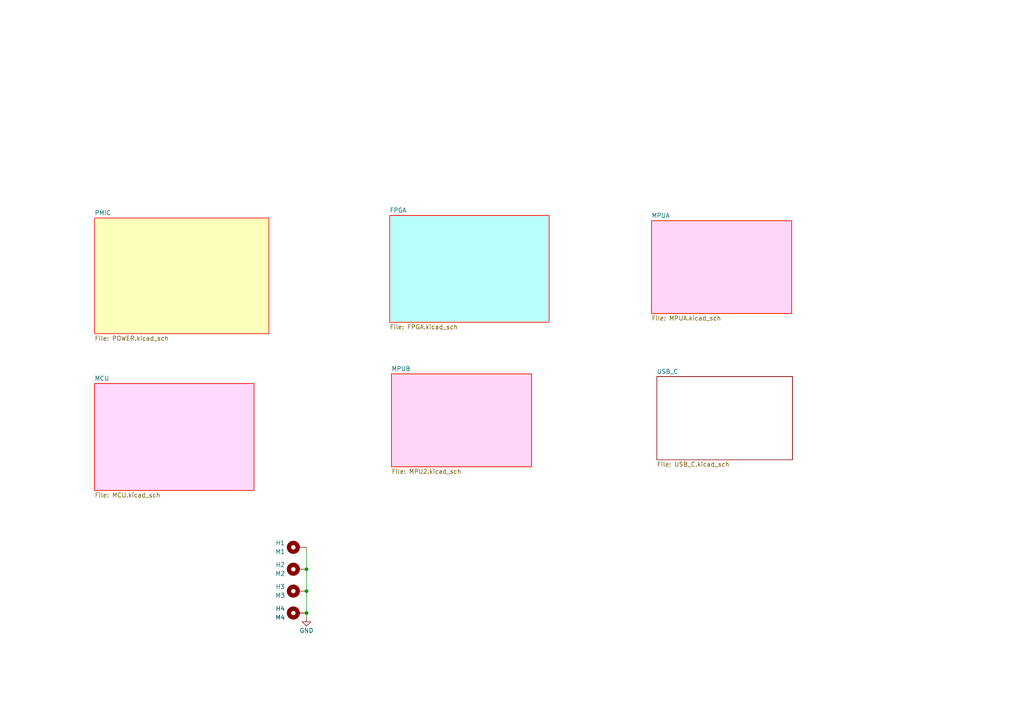
<source format=kicad_sch>
(kicad_sch
	(version 20231120)
	(generator "eeschema")
	(generator_version "8.0")
	(uuid "c31b2efa-70bc-4013-8902-3629919ede37")
	(paper "A4")
	(lib_symbols
		(symbol "Mechanical:MountingHole_Pad"
			(pin_numbers hide)
			(pin_names
				(offset 1.016) hide)
			(exclude_from_sim yes)
			(in_bom no)
			(on_board yes)
			(property "Reference" "H"
				(at 0 6.35 0)
				(effects
					(font
						(size 1.27 1.27)
					)
				)
			)
			(property "Value" "MountingHole_Pad"
				(at 0 4.445 0)
				(effects
					(font
						(size 1.27 1.27)
					)
				)
			)
			(property "Footprint" ""
				(at 0 0 0)
				(effects
					(font
						(size 1.27 1.27)
					)
					(hide yes)
				)
			)
			(property "Datasheet" "~"
				(at 0 0 0)
				(effects
					(font
						(size 1.27 1.27)
					)
					(hide yes)
				)
			)
			(property "Description" "Mounting Hole with connection"
				(at 0 0 0)
				(effects
					(font
						(size 1.27 1.27)
					)
					(hide yes)
				)
			)
			(property "ki_keywords" "mounting hole"
				(at 0 0 0)
				(effects
					(font
						(size 1.27 1.27)
					)
					(hide yes)
				)
			)
			(property "ki_fp_filters" "MountingHole*Pad*"
				(at 0 0 0)
				(effects
					(font
						(size 1.27 1.27)
					)
					(hide yes)
				)
			)
			(symbol "MountingHole_Pad_0_1"
				(circle
					(center 0 1.27)
					(radius 1.27)
					(stroke
						(width 1.27)
						(type default)
					)
					(fill
						(type none)
					)
				)
			)
			(symbol "MountingHole_Pad_1_1"
				(pin input line
					(at 0 -2.54 90)
					(length 2.54)
					(name "1"
						(effects
							(font
								(size 1.27 1.27)
							)
						)
					)
					(number "1"
						(effects
							(font
								(size 1.27 1.27)
							)
						)
					)
				)
			)
		)
		(symbol "power:GND"
			(power)
			(pin_numbers hide)
			(pin_names
				(offset 0) hide)
			(exclude_from_sim no)
			(in_bom yes)
			(on_board yes)
			(property "Reference" "#PWR"
				(at 0 -6.35 0)
				(effects
					(font
						(size 1.27 1.27)
					)
					(hide yes)
				)
			)
			(property "Value" "GND"
				(at 0 -3.81 0)
				(effects
					(font
						(size 1.27 1.27)
					)
				)
			)
			(property "Footprint" ""
				(at 0 0 0)
				(effects
					(font
						(size 1.27 1.27)
					)
					(hide yes)
				)
			)
			(property "Datasheet" ""
				(at 0 0 0)
				(effects
					(font
						(size 1.27 1.27)
					)
					(hide yes)
				)
			)
			(property "Description" "Power symbol creates a global label with name \"GND\" , ground"
				(at 0 0 0)
				(effects
					(font
						(size 1.27 1.27)
					)
					(hide yes)
				)
			)
			(property "ki_keywords" "global power"
				(at 0 0 0)
				(effects
					(font
						(size 1.27 1.27)
					)
					(hide yes)
				)
			)
			(symbol "GND_0_1"
				(polyline
					(pts
						(xy 0 0) (xy 0 -1.27) (xy 1.27 -1.27) (xy 0 -2.54) (xy -1.27 -1.27) (xy 0 -1.27)
					)
					(stroke
						(width 0)
						(type default)
					)
					(fill
						(type none)
					)
				)
			)
			(symbol "GND_1_1"
				(pin power_in line
					(at 0 0 270)
					(length 0)
					(name "~"
						(effects
							(font
								(size 1.27 1.27)
							)
						)
					)
					(number "1"
						(effects
							(font
								(size 1.27 1.27)
							)
						)
					)
				)
			)
		)
	)
	(junction
		(at 88.9 177.8)
		(diameter 0)
		(color 0 0 0 0)
		(uuid "0c78dfb6-46ff-4e04-a6b4-24468123785c")
	)
	(junction
		(at 88.9 165.1)
		(diameter 0)
		(color 0 0 0 0)
		(uuid "4811f24e-ced4-49e2-8173-f7c72fce3019")
	)
	(junction
		(at 88.9 171.45)
		(diameter 0)
		(color 0 0 0 0)
		(uuid "c708d823-70d9-43e3-9d80-1bb2d4f72856")
	)
	(wire
		(pts
			(xy 88.9 177.8) (xy 88.9 179.07)
		)
		(stroke
			(width 0)
			(type default)
		)
		(uuid "58a5586e-71b9-4e2c-aa97-ae303fd80403")
	)
	(wire
		(pts
			(xy 88.9 171.45) (xy 88.9 177.8)
		)
		(stroke
			(width 0)
			(type default)
		)
		(uuid "741985e5-b8e1-47cf-9711-f5df3f5a5817")
	)
	(wire
		(pts
			(xy 88.9 165.1) (xy 88.9 171.45)
		)
		(stroke
			(width 0)
			(type default)
		)
		(uuid "ad954b62-9bfa-46b9-b6f7-b315c079a6b4")
	)
	(wire
		(pts
			(xy 88.9 158.75) (xy 88.9 165.1)
		)
		(stroke
			(width 0)
			(type default)
		)
		(uuid "b3ce167f-f375-4426-a1dc-5e4c4757fe40")
	)
	(symbol
		(lib_id "Mechanical:MountingHole_Pad")
		(at 86.36 171.45 90)
		(unit 1)
		(exclude_from_sim yes)
		(in_bom no)
		(on_board yes)
		(dnp no)
		(uuid "08026bb5-8ea7-4bac-9201-5e91dce53b46")
		(property "Reference" "H3"
			(at 81.28 170.18 90)
			(effects
				(font
					(size 1.27 1.27)
				)
			)
		)
		(property "Value" "M3"
			(at 81.28 172.72 90)
			(effects
				(font
					(size 1.27 1.27)
				)
			)
		)
		(property "Footprint" "MountingHole:MountingHole_3.2mm_M3_Pad"
			(at 86.36 171.45 0)
			(effects
				(font
					(size 1.27 1.27)
				)
				(hide yes)
			)
		)
		(property "Datasheet" "~"
			(at 86.36 171.45 0)
			(effects
				(font
					(size 1.27 1.27)
				)
				(hide yes)
			)
		)
		(property "Description" "Mounting Hole with connection"
			(at 86.36 171.45 0)
			(effects
				(font
					(size 1.27 1.27)
				)
				(hide yes)
			)
		)
		(pin "1"
			(uuid "e6b8b370-9fd7-4464-9fd5-3ebb4c8a1fb5")
		)
		(instances
			(project "BENE_DOUBLE_V1"
				(path "/c31b2efa-70bc-4013-8902-3629919ede37"
					(reference "H3")
					(unit 1)
				)
			)
		)
	)
	(symbol
		(lib_id "Mechanical:MountingHole_Pad")
		(at 86.36 158.75 90)
		(unit 1)
		(exclude_from_sim yes)
		(in_bom no)
		(on_board yes)
		(dnp no)
		(uuid "1b179e0f-e8f7-463f-94bd-ac23626a7dbb")
		(property "Reference" "H1"
			(at 81.28 157.48 90)
			(effects
				(font
					(size 1.27 1.27)
				)
			)
		)
		(property "Value" "M1"
			(at 81.28 160.02 90)
			(effects
				(font
					(size 1.27 1.27)
				)
			)
		)
		(property "Footprint" "MountingHole:MountingHole_3.2mm_M3_Pad"
			(at 86.36 158.75 0)
			(effects
				(font
					(size 1.27 1.27)
				)
				(hide yes)
			)
		)
		(property "Datasheet" "~"
			(at 86.36 158.75 0)
			(effects
				(font
					(size 1.27 1.27)
				)
				(hide yes)
			)
		)
		(property "Description" "Mounting Hole with connection"
			(at 86.36 158.75 0)
			(effects
				(font
					(size 1.27 1.27)
				)
				(hide yes)
			)
		)
		(pin "1"
			(uuid "018f4177-8e76-40c1-884d-06dca425d278")
		)
		(instances
			(project "BENE_DOUBLE_V1"
				(path "/c31b2efa-70bc-4013-8902-3629919ede37"
					(reference "H1")
					(unit 1)
				)
			)
		)
	)
	(symbol
		(lib_id "Mechanical:MountingHole_Pad")
		(at 86.36 165.1 90)
		(unit 1)
		(exclude_from_sim yes)
		(in_bom no)
		(on_board yes)
		(dnp no)
		(uuid "3c558430-02ee-492a-96e4-55b0478cee4f")
		(property "Reference" "H2"
			(at 81.28 163.83 90)
			(effects
				(font
					(size 1.27 1.27)
				)
			)
		)
		(property "Value" "M2"
			(at 81.28 166.37 90)
			(effects
				(font
					(size 1.27 1.27)
				)
			)
		)
		(property "Footprint" "MountingHole:MountingHole_3.2mm_M3_Pad"
			(at 86.36 165.1 0)
			(effects
				(font
					(size 1.27 1.27)
				)
				(hide yes)
			)
		)
		(property "Datasheet" "~"
			(at 86.36 165.1 0)
			(effects
				(font
					(size 1.27 1.27)
				)
				(hide yes)
			)
		)
		(property "Description" "Mounting Hole with connection"
			(at 86.36 165.1 0)
			(effects
				(font
					(size 1.27 1.27)
				)
				(hide yes)
			)
		)
		(pin "1"
			(uuid "400e4d03-bdd8-4129-b59a-4e7f8b77d3bb")
		)
		(instances
			(project "BENE_DOUBLE_V1"
				(path "/c31b2efa-70bc-4013-8902-3629919ede37"
					(reference "H2")
					(unit 1)
				)
			)
		)
	)
	(symbol
		(lib_id "Mechanical:MountingHole_Pad")
		(at 86.36 177.8 90)
		(unit 1)
		(exclude_from_sim yes)
		(in_bom no)
		(on_board yes)
		(dnp no)
		(uuid "bb28a15f-4038-489c-8701-fda1eb8cb108")
		(property "Reference" "H4"
			(at 81.28 176.53 90)
			(effects
				(font
					(size 1.27 1.27)
				)
			)
		)
		(property "Value" "M4"
			(at 81.28 179.07 90)
			(effects
				(font
					(size 1.27 1.27)
				)
			)
		)
		(property "Footprint" "MountingHole:MountingHole_3.2mm_M3_Pad"
			(at 86.36 177.8 0)
			(effects
				(font
					(size 1.27 1.27)
				)
				(hide yes)
			)
		)
		(property "Datasheet" "~"
			(at 86.36 177.8 0)
			(effects
				(font
					(size 1.27 1.27)
				)
				(hide yes)
			)
		)
		(property "Description" "Mounting Hole with connection"
			(at 86.36 177.8 0)
			(effects
				(font
					(size 1.27 1.27)
				)
				(hide yes)
			)
		)
		(pin "1"
			(uuid "e7f1f8b5-bc81-4d18-85bf-dafd3b05a6ec")
		)
		(instances
			(project "BENE_DOUBLE_V1"
				(path "/c31b2efa-70bc-4013-8902-3629919ede37"
					(reference "H4")
					(unit 1)
				)
			)
		)
	)
	(symbol
		(lib_id "power:GND")
		(at 88.9 179.07 0)
		(unit 1)
		(exclude_from_sim no)
		(in_bom yes)
		(on_board yes)
		(dnp no)
		(uuid "f589c522-5d1e-499f-a5c6-dd52601d7dfc")
		(property "Reference" "#PWR0132"
			(at 88.9 185.42 0)
			(effects
				(font
					(size 1.27 1.27)
				)
				(hide yes)
			)
		)
		(property "Value" "GND"
			(at 88.9 182.88 0)
			(effects
				(font
					(size 1.27 1.27)
				)
			)
		)
		(property "Footprint" ""
			(at 88.9 179.07 0)
			(effects
				(font
					(size 1.27 1.27)
				)
				(hide yes)
			)
		)
		(property "Datasheet" ""
			(at 88.9 179.07 0)
			(effects
				(font
					(size 1.27 1.27)
				)
				(hide yes)
			)
		)
		(property "Description" "Power symbol creates a global label with name \"GND\" , ground"
			(at 88.9 179.07 0)
			(effects
				(font
					(size 1.27 1.27)
				)
				(hide yes)
			)
		)
		(pin "1"
			(uuid "736bf9d1-fd72-4b1e-b446-d403b34284a4")
		)
		(instances
			(project "BENE_DOUBLE_V1"
				(path "/c31b2efa-70bc-4013-8902-3629919ede37"
					(reference "#PWR0132")
					(unit 1)
				)
			)
		)
	)
	(sheet
		(at 27.432 111.252)
		(size 46.228 30.988)
		(fields_autoplaced yes)
		(stroke
			(width 0.25)
			(type solid)
			(color 255 31 24 1)
		)
		(fill
			(color 255 217 254 1.0000)
		)
		(uuid "0a965e4c-1493-4b71-8dda-12b2faa5c891")
		(property "Sheetname" "MCU"
			(at 27.432 110.4916 0)
			(effects
				(font
					(size 1.27 1.27)
				)
				(justify left bottom)
			)
		)
		(property "Sheetfile" "MCU.kicad_sch"
			(at 27.432 142.8734 0)
			(effects
				(font
					(size 1.27 1.27)
				)
				(justify left top)
			)
		)
		(instances
			(project "BENE_DOUBLE_V1"
				(path "/c31b2efa-70bc-4013-8902-3629919ede37"
					(page "5")
				)
			)
		)
	)
	(sheet
		(at 113.03 62.484)
		(size 46.228 30.988)
		(fields_autoplaced yes)
		(stroke
			(width 0.25)
			(type solid)
			(color 255 31 24 1)
		)
		(fill
			(color 183 255 251 1.0000)
		)
		(uuid "81883c71-2278-4e8b-95b2-acd145d8e1f1")
		(property "Sheetname" "FPGA"
			(at 113.03 61.7236 0)
			(effects
				(font
					(size 1.27 1.27)
				)
				(justify left bottom)
			)
		)
		(property "Sheetfile" "FPGA.kicad_sch"
			(at 113.03 94.1054 0)
			(effects
				(font
					(size 1.27 1.27)
				)
				(justify left top)
			)
		)
		(instances
			(project "BENE_DOUBLE_V1"
				(path "/c31b2efa-70bc-4013-8902-3629919ede37"
					(page "4")
				)
			)
		)
	)
	(sheet
		(at 190.5 109.22)
		(size 39.37 24.13)
		(fields_autoplaced yes)
		(stroke
			(width 0.1524)
			(type solid)
		)
		(fill
			(color 0 0 0 0.0000)
		)
		(uuid "97521741-b353-4cd5-96da-7b035f56f9f0")
		(property "Sheetname" "USB_C"
			(at 190.5 108.5084 0)
			(effects
				(font
					(size 1.27 1.27)
				)
				(justify left bottom)
			)
		)
		(property "Sheetfile" "USB_C.kicad_sch"
			(at 190.5 133.9346 0)
			(effects
				(font
					(size 1.27 1.27)
				)
				(justify left top)
			)
		)
		(instances
			(project "BENE_DOUBLE_V1"
				(path "/c31b2efa-70bc-4013-8902-3629919ede37"
					(page "7")
				)
			)
		)
	)
	(sheet
		(at 188.976 64.008)
		(size 40.64 26.924)
		(fields_autoplaced yes)
		(stroke
			(width 0.25)
			(type solid)
			(color 255 37 8 1)
		)
		(fill
			(color 255 213 247 1.0000)
		)
		(uuid "a66deb1c-2055-4845-adbf-a9e2c2e0e88f")
		(property "Sheetname" "MPUA"
			(at 188.976 63.2476 0)
			(effects
				(font
					(size 1.27 1.27)
				)
				(justify left bottom)
			)
		)
		(property "Sheetfile" "MPUA.kicad_sch"
			(at 188.976 91.5654 0)
			(effects
				(font
					(size 1.27 1.27)
				)
				(justify left top)
			)
		)
		(instances
			(project "BENE_DOUBLE_V1"
				(path "/c31b2efa-70bc-4013-8902-3629919ede37"
					(page "2")
				)
			)
		)
	)
	(sheet
		(at 27.432 63.246)
		(size 50.546 33.528)
		(fields_autoplaced yes)
		(stroke
			(width 0.25)
			(type solid)
			(color 255 50 52 1)
		)
		(fill
			(color 252 255 186 1.0000)
		)
		(uuid "af5eeef2-ee25-494e-8417-43f6eb29a42b")
		(property "Sheetname" "PMIC"
			(at 27.432 62.4856 0)
			(effects
				(font
					(size 1.27 1.27)
				)
				(justify left bottom)
			)
		)
		(property "Sheetfile" "POWER.kicad_sch"
			(at 27.432 97.4074 0)
			(effects
				(font
					(size 1.27 1.27)
				)
				(justify left top)
			)
		)
		(instances
			(project "BENE_DOUBLE_V1"
				(path "/c31b2efa-70bc-4013-8902-3629919ede37"
					(page "3")
				)
			)
		)
	)
	(sheet
		(at 113.538 108.458)
		(size 40.64 26.924)
		(fields_autoplaced yes)
		(stroke
			(width 0.25)
			(type solid)
			(color 255 37 8 1)
		)
		(fill
			(color 255 213 247 1.0000)
		)
		(uuid "c2d182ac-1eee-49db-b20a-775e72d3a486")
		(property "Sheetname" "MPUB"
			(at 113.538 107.6976 0)
			(effects
				(font
					(size 1.27 1.27)
				)
				(justify left bottom)
			)
		)
		(property "Sheetfile" "MPU2.kicad_sch"
			(at 113.538 136.0154 0)
			(effects
				(font
					(size 1.27 1.27)
				)
				(justify left top)
			)
		)
		(instances
			(project "BENE_DOUBLE_V1"
				(path "/c31b2efa-70bc-4013-8902-3629919ede37"
					(page "6")
				)
			)
		)
	)
	(sheet_instances
		(path "/"
			(page "1")
		)
	)
)
</source>
